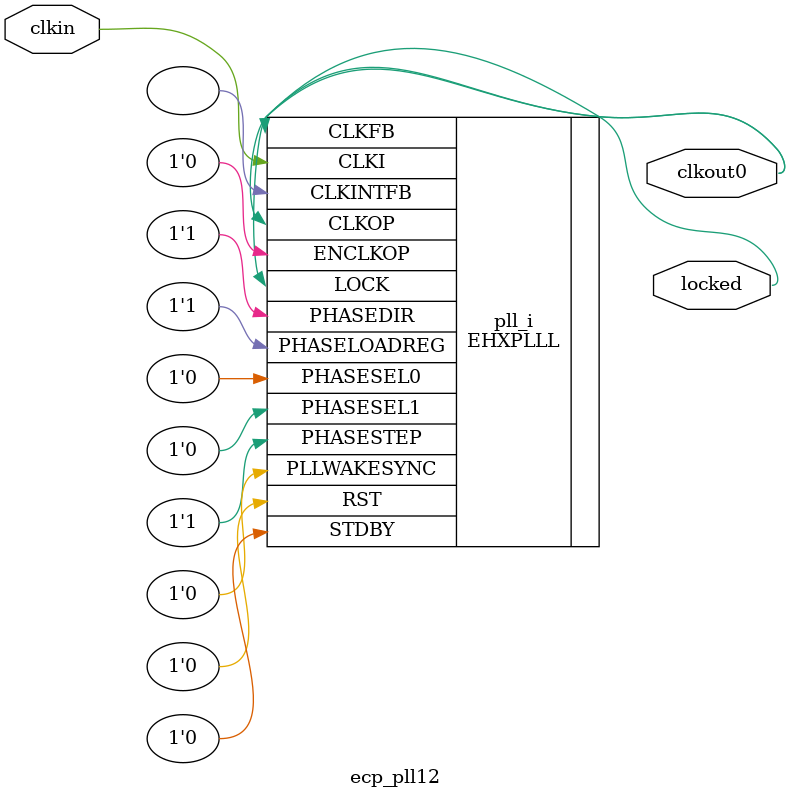
<source format=v>
module ecp_pll12
(
    input clkin, // 25 MHz, 0 deg
    output clkout0, // 12.5 MHz, 0 deg
    output locked
);
(* FREQUENCY_PIN_CLKI="25" *)
(* FREQUENCY_PIN_CLKOP="12.5" *)
(* ICP_CURRENT="12" *) (* LPF_RESISTOR="8" *) (* MFG_ENABLE_FILTEROPAMP="1" *) (* MFG_GMCREF_SEL="2" *)
EHXPLLL #(
        .PLLRST_ENA("DISABLED"),
        .INTFB_WAKE("DISABLED"),
        .STDBY_ENABLE("DISABLED"),
        .DPHASE_SOURCE("DISABLED"),
        .OUTDIVIDER_MUXA("DIVA"),
        .OUTDIVIDER_MUXB("DIVB"),
        .OUTDIVIDER_MUXC("DIVC"),
        .OUTDIVIDER_MUXD("DIVD"),
        .CLKI_DIV(2),
        .CLKOP_ENABLE("ENABLED"),
        .CLKOP_DIV(48),
        .CLKOP_CPHASE(23),
        .CLKOP_FPHASE(0),
        .FEEDBK_PATH("CLKOP"),
        .CLKFB_DIV(1)
    ) pll_i (
        .RST(1'b0),
        .STDBY(1'b0),
        .CLKI(clkin),
        .CLKOP(clkout0),
        .CLKFB(clkout0),
        .CLKINTFB(),
        .PHASESEL0(1'b0),
        .PHASESEL1(1'b0),
        .PHASEDIR(1'b1),
        .PHASESTEP(1'b1),
        .PHASELOADREG(1'b1),
        .PLLWAKESYNC(1'b0),
        .ENCLKOP(1'b0),
        .LOCK(locked)
	);
endmodule

</source>
